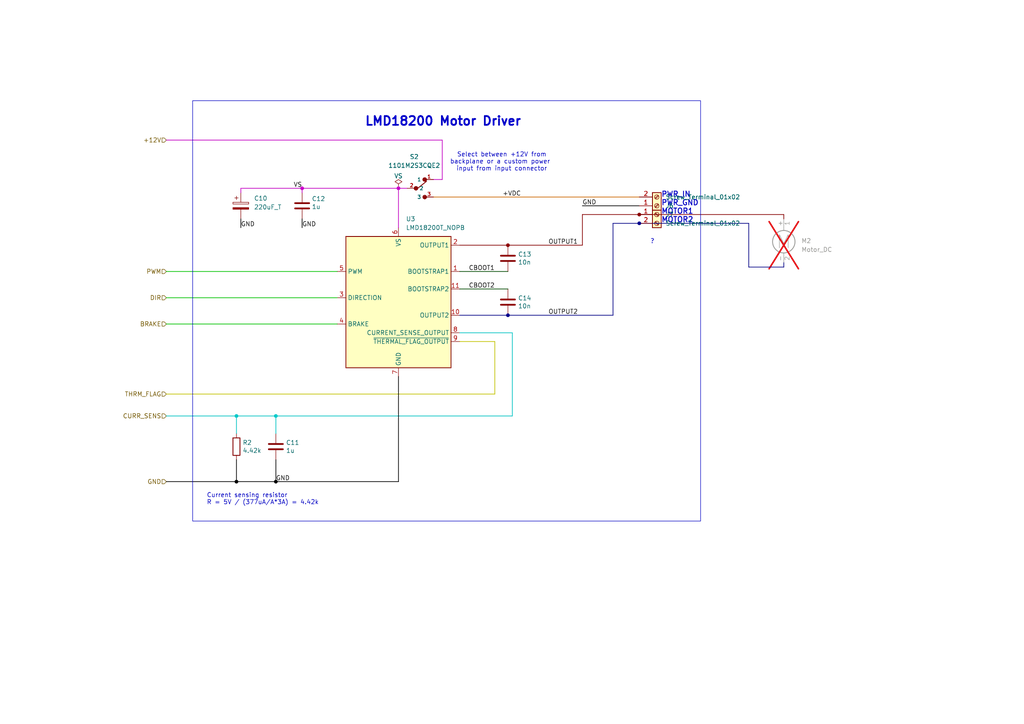
<source format=kicad_sch>
(kicad_sch (version 20250114) (generator "eeschema") (generator_version "9.0")
  (paper "A4")
  (lib_symbols
    (symbol "Connector:Screw_Terminal_01x02" (pin_names (offset 1.016) (hide yes))
      (property "Reference" "J" (at 0 2.54 0))
      (property "Value" "Screw_Terminal_01x02" (at 0 -5.08 0))
      (symbol "Screw_Terminal_01x02_1_1"
        (rectangle (start -1.27 1.27) (end 1.27 -3.81) (stroke (width 0.254)) (fill (type background)))
        (polyline (pts (xy -0.5334 0.3302) (xy 0.3302 -0.508)) (stroke (width 0.1524)))
        (polyline (pts (xy -0.5334 -2.2098) (xy 0.3302 -3.048)) (stroke (width 0.1524)))
        (polyline (pts (xy -0.3556 0.508) (xy 0.508 -0.3302)) (stroke (width 0.1524)))
        (polyline (pts (xy -0.3556 -2.032) (xy 0.508 -2.8702)) (stroke (width 0.1524)))
        (circle (center 0 0) (radius 0.635) (stroke (width 0.1524)))
        (circle (center 0 -2.54) (radius 0.635) (stroke (width 0.1524)))
        (pin passive line (at -5.08 0 0) (length 3.81) (name "Pin_1") (number "1"))
        (pin passive line (at -5.08 -2.54 0) (length 3.81) (name "Pin_2") (number "2"))
      )
    )
    (symbol "Device:C" (pin_numbers (hide yes)) (pin_names (offset 0.254))
      (property "Reference" "C" (at 0.635 2.54 0))
      (property "Value" "C" (at 0.635 -2.54 0))
      (symbol "C_0_1"
        (polyline (pts (xy -2.032 0.762) (xy 2.032 0.762)) (stroke (width 0.508)))
        (polyline (pts (xy -2.032 -0.762) (xy 2.032 -0.762)) (stroke (width 0.508)))
      )
      (symbol "C_1_1"
        (pin passive line (at 0 3.81 270) (length 2.794) (name "~") (number "1"))
        (pin passive line (at 0 -3.81 90) (length 2.794) (name "~") (number "2"))
      )
    )
    (symbol "Device:C_Polarized" (pin_numbers (hide yes)) (pin_names (offset 0.254))
      (property "Reference" "C" (at 0.635 2.54 0))
      (property "Value" "C_Polarized" (at 0.635 -2.54 0))
      (symbol "C_Polarized_0_1"
        (rectangle (start -2.286 0.508) (end 2.286 1.016))
        (polyline (pts (xy -1.778 2.286) (xy -0.762 2.286)))
        (polyline (pts (xy -1.27 2.794) (xy -1.27 1.778)))
        (rectangle (start 2.286 -0.508) (end -2.286 -1.016) (fill (type outline)))
      )
      (symbol "C_Polarized_1_1"
        (pin passive line (at 0 3.81 270) (length 2.794) (name "~") (number "1"))
        (pin passive line (at 0 -3.81 90) (length 2.794) (name "~") (number "2"))
      )
    )
    (symbol "Device:R" (pin_numbers (hide yes)) (pin_names (offset 0))
      (property "Reference" "R" (at 2.032 0 90))
      (property "Value" "R" (at 0 0 90))
      (symbol "R_0_1"
        (rectangle (start -1.016 -2.54) (end 1.016 2.54) (stroke (width 0.254)))
      )
      (symbol "R_1_1"
        (pin passive line (at 0 3.81 270) (length 1.27) (name "~") (number "1"))
        (pin passive line (at 0 -3.81 90) (length 1.27) (name "~") (number "2"))
      )
    )
    (symbol "Driver_Motor:LMD18200"
      (property "Reference" "U" (at -12.7 19.05 0))
      (property "Value" "LMD18200" (at 15.24 19.05 0))
      (symbol "LMD18200_0_1"
        (rectangle (start -15.24 -20.32) (end 15.24 17.78) (stroke (width 0.254)) (fill (type background)))
      )
      (symbol "LMD18200_1_1"
        (pin input line (at -17.78 7.62 0) (length 2.54) (name "PWM") (number "5"))
        (pin input line (at -17.78 0 0) (length 2.54) (name "DIRECTION") (number "3"))
        (pin input line (at -17.78 -7.62 0) (length 2.54) (name "BRAKE") (number "4"))
        (pin power_in line (at 0 20.32 270) (length 2.54) (name "VS") (number "6"))
        (pin power_in line (at 0 -22.86 90) (length 2.54) (name "GND") (number "7"))
        (pin output line (at 17.78 15.24 180) (length 2.54) (name "OUTPUT1") (number "2"))
        (pin passive line (at 17.78 7.62 180) (length 2.54) (name "BOOTSTRAP1") (number "1"))
        (pin passive line (at 17.78 2.54 180) (length 2.54) (name "BOOTSTRAP2") (number "11"))
        (pin output line (at 17.78 -5.08 180) (length 2.54) (name "OUTPUT2") (number "10"))
        (pin output line (at 17.78 -10.16 180) (length 2.54) (name "CURRENT_SENSE_OUTPUT") (number "8"))
        (pin open_collector line (at 17.78 -12.7 180) (length 2.54) (name "~{THERMAL_FLAG_OUTPUT}") (number "9"))
      )
    )
    (symbol "Motor:Motor_DC" (pin_names (offset 0))
      (property "Reference" "M" (at 2.54 2.54 0))
      (property "Value" "Motor_DC" (at 2.54 -5.08 0))
      (symbol "Motor_DC_0_0"
        (polyline (pts (xy -1.27 -3.302) (xy -1.27 0.508) (xy 0 -2.032) (xy 1.27 0.508) (xy 1.27 -3.302)))
      )
      (symbol "Motor_DC_0_1"
        (polyline (pts (xy 0 2.032) (xy 0 2.54)))
        (polyline (pts (xy 0 1.7272) (xy 0 2.0828)))
        (circle (center 0 -1.524) (radius 3.2512) (stroke (width 0.254)))
        (polyline (pts (xy 0 -4.7752) (xy 0 -5.1816)))
        (polyline (pts (xy 0 -7.62) (xy 0 -7.112)))
      )
      (symbol "Motor_DC_1_1"
        (pin passive line (at 0 5.08 270) (length 2.54) (name "+") (number "1"))
        (pin passive line (at 0 -7.62 90) (length 2.54) (name "-") (number "2"))
      )
    )
    (symbol "kml-custom:1101M2S3CQE2" (pin_names (offset 1.016))
      (property "Reference" "S" (at 2.5409 5.0819 0))
      (property "Value" "1101M2S3CQE2" (at 2.5405 -5.0811 0))
      (symbol "1101M2S3CQE2_0_0"
        (circle (center 0 0) (radius 0.254) (stroke (width 0.254)))
        (circle (center 0 0) (radius 0.3592) (stroke (width 0.254)))
        (circle (center 0 0) (radius 0.508) (stroke (width 0.254)))
        (circle (center 0 -0.254) (radius 0.254) (stroke (width 0.254)))
        (polyline (pts (xy 0.508 0) (xy 3.048 2.032)) (stroke (width 0.254)))
        (circle (center 2.286 2.54) (radius 0.254) (stroke (width 0.254)))
        (circle (center 2.54 2.54) (radius 0.254) (stroke (width 0.254)))
        (circle (center 2.54 2.54) (radius 0.3592) (stroke (width 0.254)))
        (circle (center 2.54 2.54) (radius 0.3592) (stroke (width 0.254)))
        (circle (center 2.54 2.54) (radius 0.508) (stroke (width 0.254)))
        (circle (center 2.54 -2.54) (radius 0.254) (stroke (width 0.254)))
        (circle (center 2.54 -2.54) (radius 0.508) (stroke (width 0.254)))
        (circle (center 2.54 -2.794) (radius 0.254) (stroke (width 0.254)))
        (pin passive line (at -2.54 0 0) (length 2.54) (name "2") (number "2"))
        (pin passive line (at 5.08 2.54 180) (length 2.54) (name "1") (number "1"))
        (pin passive line (at 5.08 -2.54 180) (length 2.54) (name "3") (number "3"))
      )
    )
    (symbol "power:PWR_FLAG" (power) (pin_numbers (hide yes)) (pin_names (offset 0) (hide yes))
      (property "Value" "PWR_FLAG" (at 0 3.81 0))
      (symbol "PWR_FLAG_0_0"
        (pin power_out line (at 0 0 90) (length 0) (name "~") (number "1"))
      )
      (symbol "PWR_FLAG_0_1"
        (polyline (pts (xy 0 0) (xy 0 1.27) (xy -1.016 1.905) (xy 0 2.54) (xy 1.016 1.905) (xy 0 1.27)))
      )
    )
  )
  (rectangle (start 55.88 29.21) (end 203.2 151.13))
  (text "Select between +12V from\nbackplane or a custom power \ninput from input connector" (at 145.542 46.99 0) (effects (font (size 1.27 1.27))))
  (text "Current sensing resistor\nR = 5V / (377uA/A*3A) = 4.42k" (at 59.944 146.558 0) (effects (font (size 1.27 1.27)) (justify left bottom)))
  (text "PWR_IN\nPWR_GND\nMOTOR1\nMOTOR2" (at 191.77 60.198 0) (effects (font (size 1.524 1.524) (thickness 0.254) (bold yes)) (justify left)))
  (text "🔁" (at 189.23 70.104 0) (effects (font (size 1.27 1.27))))
  (text "LMD18200 Motor Driver" (at 128.524 35.306 0) (effects (font (size 2.54 2.54) (thickness 0.508) (bold yes))))
  (junction (at 185.42 64.77) (color 0 0 132 1))
  (junction (at 185.42 62.23) (color 132 0 0 1))
  (junction (at 147.32 71.12) (color 132 0 0 1))
  (junction (at 115.57 54.61) (color 194 0 194 1))
  (junction (at 80.01 120.65) (color 0 194 194 1))
  (junction (at 87.63 54.61) (color 194 0 194 1))
  (junction (at 68.58 139.7) (color 0 0 0 1))
  (junction (at 68.58 120.65) (color 0 194 194 1))
  (junction (at 147.32 91.44) (color 0 0 132 1))
  (junction (at 80.01 139.7) (color 0 0 0 1))
  (wire (pts (xy 227.33 62.23) (xy 227.33 63.5)) (stroke (width 0.2032) (color 132 0 0 1)))
  (wire (pts (xy 87.63 54.61) (xy 87.63 55.88)) (stroke (width 0.2032) (color 194 0 194 1)))
  (wire (pts (xy 48.26 78.74) (xy 97.79 78.74)) (stroke (width 0.2032) (color 0 194 0 1)))
  (wire (pts (xy 115.57 54.61) (xy 115.57 66.04)) (stroke (width 0.2032) (color 194 0 194 1)))
  (wire (pts (xy 147.32 91.44) (xy 177.8 91.44)) (stroke (width 0.2032) (color 0 0 132 1)))
  (wire (pts (xy 87.63 66.04) (xy 87.63 63.5)) (stroke (width 0.2032) (color 0 0 0 1)))
  (wire (pts (xy 48.26 40.64) (xy 128.27 40.64)) (stroke (width 0.2032) (color 194 0 194 1)))
  (wire (pts (xy 133.35 99.06) (xy 143.51 99.06)) (stroke (width 0.2032) (color 194 194 0 1)))
  (wire (pts (xy 80.01 125.73) (xy 80.01 120.65)) (stroke (width 0.2032) (color 0 194 194 1)))
  (wire (pts (xy 128.27 40.64) (xy 128.27 52.07)) (stroke (width 0.2032) (color 194 0 194 1)))
  (wire (pts (xy 69.85 66.04) (xy 69.85 63.5)) (stroke (width 0.2032) (color 0 0 0 1)))
  (wire (pts (xy 80.01 120.65) (xy 148.59 120.65)) (stroke (width 0.2032) (color 0 194 194 1)))
  (wire (pts (xy 115.57 109.22) (xy 115.57 139.7)) (stroke (width 0.2032) (color 0 0 0 1)))
  (wire (pts (xy 147.32 71.12) (xy 168.91 71.12)) (stroke (width 0.2032) (color 132 0 0 1)))
  (wire (pts (xy 125.73 57.15) (xy 185.42 57.15)) (stroke (width 0.2032) (color 204 102 0 1)))
  (wire (pts (xy 133.35 71.12) (xy 147.32 71.12)) (stroke (width 0.2032) (color 132 0 0 1)))
  (wire (pts (xy 227.33 77.47) (xy 227.33 76.2)) (stroke (width 0.2032) (color 0 0 132 1)))
  (wire (pts (xy 143.51 99.06) (xy 143.51 114.3)) (stroke (width 0.2032) (color 194 194 0 1)))
  (wire (pts (xy 48.26 139.7) (xy 68.58 139.7)) (stroke (width 0.2032) (color 0 0 0 1)))
  (wire (pts (xy 168.91 71.12) (xy 168.91 62.23)) (stroke (width 0.2032) (color 132 0 0 1)))
  (wire (pts (xy 68.58 125.73) (xy 68.58 120.65)) (stroke (width 0.2032) (color 0 194 194 1)))
  (wire (pts (xy 68.58 133.35) (xy 68.58 139.7)) (stroke (width 0.2032) (color 0 0 0 1)))
  (wire (pts (xy 48.26 86.36) (xy 97.79 86.36)) (stroke (width 0.2032) (color 0 194 0 1)))
  (wire (pts (xy 69.85 54.61) (xy 87.63 54.61)) (stroke (width 0.2032) (color 194 0 194 1)))
  (wire (pts (xy 177.8 64.77) (xy 185.42 64.77)) (stroke (width 0.2032) (color 0 0 132 1)))
  (wire (pts (xy 133.35 78.74) (xy 147.32 78.74)) (stroke (width 0.2032) (color 0 72 0 1)))
  (wire (pts (xy 48.26 93.98) (xy 97.79 93.98)) (stroke (width 0.2032) (color 0 194 0 1)))
  (wire (pts (xy 48.26 120.65) (xy 68.58 120.65)) (stroke (width 0.2032) (color 0 194 194 1)))
  (wire (pts (xy 168.91 62.23) (xy 185.42 62.23)) (stroke (width 0.2032) (color 132 0 0 1)))
  (wire (pts (xy 185.42 64.77) (xy 217.17 64.77)) (stroke (width 0.2032) (color 0 0 132 1)))
  (wire (pts (xy 177.8 64.77) (xy 177.8 91.44)) (stroke (width 0.2032) (color 0 0 132 1)))
  (wire (pts (xy 87.63 54.61) (xy 115.57 54.61)) (stroke (width 0.2032) (color 194 0 194 1)))
  (wire (pts (xy 115.57 54.61) (xy 118.11 54.61)) (stroke (width 0.2032) (color 194 0 194 1)))
  (wire (pts (xy 143.51 114.3) (xy 48.26 114.3)) (stroke (width 0.2032) (color 194 194 0 1)))
  (wire (pts (xy 185.42 62.23) (xy 227.33 62.23)) (stroke (width 0.2032) (color 132 0 0 1)))
  (wire (pts (xy 217.17 77.47) (xy 227.33 77.47)) (stroke (width 0.2032) (color 0 0 132 1)))
  (wire (pts (xy 168.91 59.69) (xy 185.42 59.69)) (stroke (width 0.2032) (color 0 0 0 1)))
  (wire (pts (xy 68.58 120.65) (xy 80.01 120.65)) (stroke (width 0.2032) (color 0 194 194 1)))
  (wire (pts (xy 125.73 52.07) (xy 128.27 52.07)) (stroke (width 0.2032) (color 194 0 194 1)))
  (wire (pts (xy 148.59 120.65) (xy 148.59 96.52)) (stroke (width 0.2032) (color 0 194 194 1)))
  (wire (pts (xy 68.58 139.7) (xy 80.01 139.7)) (stroke (width 0.2032) (color 0 0 0 1)))
  (wire (pts (xy 148.59 96.52) (xy 133.35 96.52)) (stroke (width 0.2032) (color 0 194 194 1)))
  (wire (pts (xy 133.35 83.82) (xy 147.32 83.82)) (stroke (width 0.2032) (color 0 72 0 1)))
  (wire (pts (xy 115.57 139.7) (xy 80.01 139.7)) (stroke (width 0.2032) (color 0 0 0 1)))
  (wire (pts (xy 133.35 91.44) (xy 147.32 91.44)) (stroke (width 0.2032) (color 0 0 132 1)))
  (wire (pts (xy 69.85 54.61) (xy 69.85 55.88)) (stroke (width 0.2032) (color 194 0 194 1)))
  (wire (pts (xy 217.17 64.77) (xy 217.17 77.47)) (stroke (width 0.2032) (color 0 0 132 1)))
  (wire (pts (xy 80.01 133.35) (xy 80.01 139.7)) (stroke (width 0.2032) (color 0 0 0 1)))
  (label "GND" (at 80.01 139.7 0))
  (label "CBOOT1" (at 143.51 78.74 180))
  (label "GND" (at 69.85 66.04 0))
  (label "+VDC" (at 151.13 57.15 180))
  (label "GND" (at 87.63 66.04 0))
  (label "GND" (at 168.91 59.69 0))
  (label "OUTPUT1" (at 167.64 71.12 180))
  (label "VS" (at 87.63 54.61 180))
  (label "CBOOT2" (at 143.51 83.82 180))
  (label "OUTPUT2" (at 167.64 91.44 180))
  (hierarchical_label "CURR_SENS" (shape input) (at 48.26 120.65 180))
  (hierarchical_label "BRAKE" (shape input) (at 48.26 93.98 180))
  (hierarchical_label "THRM_FLAG" (shape input) (at 48.26 114.3 180))
  (hierarchical_label "GND" (shape input) (at 48.26 139.7 180))
  (hierarchical_label "PWM" (shape input) (at 48.26 78.74 180))
  (hierarchical_label "+12V" (shape input) (at 48.26 40.64 180))
  (hierarchical_label "DIR" (shape input) (at 48.26 86.36 180))
  (symbol (lib_id "Device:C") (at 147.32 87.63 0) (unit 1)
    (property "Reference" "C9" (at 150.241 86.4616 0) (effects (justify left)))
    (property "Value" "10n" (at 150.241 88.773 0) (effects (justify left)))
    (property "Footprint" "Capacitor_SMD:C_0603_1608Metric_Pad1.08x0.95mm_HandSolder" (effects (hide yes)))
    (instances (project "BREAD_Slice" (path "" (reference "C14") (unit 1)) (path "" (reference "C9") (unit 1))))
  )
  (symbol (lib_id "kml-custom:1101M2S3CQE2") (at 120.65 54.61 0) (unit 1)
    (property "Reference" "S1" (at 120.142 45.466 0))
    (property "Value" "1101M2S3CQE2" (at 120.142 48.006 0))
    (property "Footprint" "kml-custom:SW_Slide-CK-1101M2S3CQE2" (effects (hide yes)))
    (property "MANUFACTURER" "CnK" (effects (hide yes)))
    (instances (project "" (path "" (reference "S2") (unit 1)) (path "" (reference "S1") (unit 1))))
  )
  (symbol (lib_id "Device:R") (at 68.58 129.54 0) (unit 1)
    (property "Reference" "R1" (at 70.358 128.3716 0) (effects (justify left)))
    (property "Value" "4.42k" (at 70.358 130.683 0) (effects (justify left)))
    (property "Footprint" "Resistor_SMD:R_1206_3216Metric_Pad1.30x1.75mm_HandSolder" (effects (hide yes)))
    (instances (project "BREAD_Slice" (path "" (reference "R2") (unit 1)) (path "" (reference "R1") (unit 1))))
  )
  (symbol (lib_id "Device:C") (at 87.63 59.69 0) (unit 1)
    (property "Reference" "C7" (at 90.424 57.658 0) (effects (justify left)))
    (property "Value" "1u" (at 90.424 59.9694 0) (effects (justify left)))
    (property "Footprint" "Capacitor_SMD:C_1206_3216Metric_Pad1.33x1.80mm_HandSolder" (effects (hide yes)))
    (instances (project "BREAD_Slice" (path "" (reference "C12") (unit 1)) (path "" (reference "C7") (unit 1))))
  )
  (symbol (lib_id "Device:C_Polarized") (at 69.85 59.69 0) (unit 1)
    (property "Reference" "C5" (at 73.66 57.5309 0) (effects (justify left)))
    (property "Value" "220uF_T" (at 73.66 60.0709 0) (effects (justify left)))
    (property "Footprint" "Capacitor_THT:CP_Radial_D10.0mm_P5.00mm" (effects (hide yes)))
    (property "Description" "Polarized capacitor" (effects (hide yes)))
    (instances (project "" (path "" (reference "C10") (unit 1)) (path "" (reference "C5") (unit 1))))
  )
  (symbol (lib_id "Device:C") (at 80.01 129.54 0) (unit 1)
    (property "Reference" "C6" (at 82.931 128.3716 0) (effects (justify left)))
    (property "Value" "1u" (at 82.931 130.683 0) (effects (justify left)))
    (property "Footprint" "Capacitor_SMD:C_1206_3216Metric_Pad1.33x1.80mm_HandSolder" (effects (hide yes)))
    (instances (project "BREAD_Slice" (path "" (reference "C11") (unit 1)) (path "" (reference "C6") (unit 1))))
  )
  (symbol (lib_id "Connector:Screw_Terminal_01x02") (at 190.5 59.69 0) (mirror x) (unit 1)
    (property "Reference" "J4" (at 193.04 59.6901 0) (effects (justify left)))
    (property "Value" "Screw_Terminal_01x02" (at 193.04 57.1501 0) (effects (justify left)))
    (property "Footprint" "TerminalBlock_4Ucon:TerminalBlock_4Ucon_1x02_P3.50mm_Horizontal" (effects (hide yes)))
    (property "Description" "Generic screw terminal, single row, 01x02, script generated (kicad-library-utils/schlib/autogen/connector/)" (effects (hide yes)))
    (instances (project "BREAD_Slice" (path "" (reference "J6") (unit 1)) (path "" (reference "J4") (unit 1))))
  )
  (symbol (lib_id "Motor:Motor_DC") (at 227.33 68.58 0) (unit 1) (in_bom no) (on_board no) (dnp yes)
    (property "Reference" "M1" (at 232.41 69.8499 0) (effects (justify left)))
    (property "Value" "Motor_DC" (at 232.41 72.3899 0) (effects (justify left)))
    (property "Description" "DC Motor" (effects (hide yes)))
    (instances (project "BREAD_Slice" (path "" (reference "M2") (unit 1)) (path "" (reference "M1") (unit 1))))
  )
  (symbol (lib_id "power:PWR_FLAG") (at 115.57 54.61 0) (unit 1)
    (property "Reference" "#FLG04" (effects (hide yes)))
    (property "Value" "VS" (at 114.3 51.054 0) (effects (justify left)))
    (property "Description" "Special symbol for telling ERC where power comes from" (effects (hide yes)))
    (instances (project "BREAD_Slice" (path "" (reference "#FLG05") (unit 1)) (path "" (reference "#FLG04") (unit 1))))
  )
  (symbol (lib_id "Connector:Screw_Terminal_01x02") (at 190.5 62.23 0) (unit 1)
    (property "Reference" "J5" (at 193.04 62.2299 0) (effects (justify left)))
    (property "Value" "Screw_Terminal_01x02" (at 193.04 64.7699 0) (effects (justify left)))
    (property "Footprint" "TerminalBlock_4Ucon:TerminalBlock_4Ucon_1x02_P3.50mm_Horizontal" (effects (hide yes)))
    (property "Description" "Generic screw terminal, single row, 01x02, script generated (kicad-library-utils/schlib/autogen/connector/)" (effects (hide yes)))
    (instances (project "BREAD_Slice" (path "" (reference "J7") (unit 1)) (path "" (reference "J5") (unit 1))))
  )
  (symbol (lib_id "Device:C") (at 147.32 74.93 0) (unit 1)
    (property "Reference" "C8" (at 150.241 73.7616 0) (effects (justify left)))
    (property "Value" "10n" (at 150.241 76.073 0) (effects (justify left)))
    (property "Footprint" "Capacitor_SMD:C_0603_1608Metric_Pad1.08x0.95mm_HandSolder" (effects (hide yes)))
    (instances (project "BREAD_Slice" (path "" (reference "C13") (unit 1)) (path "" (reference "C8") (unit 1))))
  )
  (symbol (lib_id "Driver_Motor:LMD18200") (at 115.57 86.36 0) (unit 1)
    (property "Reference" "U2" (at 117.7133 63.5 0) (effects (justify left)))
    (property "Value" "LMD18200T_NOPB" (at 117.7133 66.04 0) (effects (justify left)))
    (property "Footprint" "Package_TO_SOT_THT:TO-220-11_P3.4x5.08mm_StaggerOdd_Lead8.45mm_TabDown" (effects (hide yes)))
    (property "Datasheet" "http://www.ti.com/lit/ds/symlink/lmd18200.pdf" (effects (hide yes)))
    (property "Description" "3A, 55V H-Bridge, Motion Control Applications, TO-220-11" (effects (hide yes)))
    (instances (project "BREAD_Slice" (path "" (reference "U3") (unit 1)) (path "" (reference "U2") (unit 1))))
  )
)
</source>
